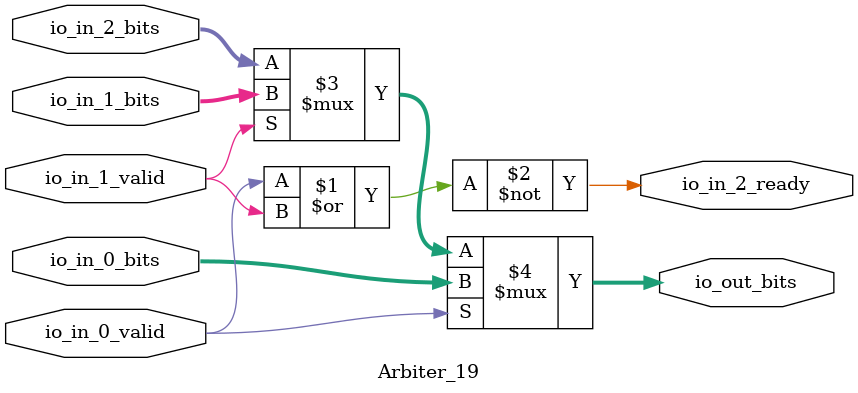
<source format=sv>
`ifndef RANDOMIZE
  `ifdef RANDOMIZE_MEM_INIT
    `define RANDOMIZE
  `endif // RANDOMIZE_MEM_INIT
`endif // not def RANDOMIZE
`ifndef RANDOMIZE
  `ifdef RANDOMIZE_REG_INIT
    `define RANDOMIZE
  `endif // RANDOMIZE_REG_INIT
`endif // not def RANDOMIZE

`ifndef RANDOM
  `define RANDOM $random
`endif // not def RANDOM

// Users can define INIT_RANDOM as general code that gets injected into the
// initializer block for modules with registers.
`ifndef INIT_RANDOM
  `define INIT_RANDOM
`endif // not def INIT_RANDOM

// If using random initialization, you can also define RANDOMIZE_DELAY to
// customize the delay used, otherwise 0.002 is used.
`ifndef RANDOMIZE_DELAY
  `define RANDOMIZE_DELAY 0.002
`endif // not def RANDOMIZE_DELAY

// Define INIT_RANDOM_PROLOG_ for use in our modules below.
`ifndef INIT_RANDOM_PROLOG_
  `ifdef RANDOMIZE
    `ifdef VERILATOR
      `define INIT_RANDOM_PROLOG_ `INIT_RANDOM
    `else  // VERILATOR
      `define INIT_RANDOM_PROLOG_ `INIT_RANDOM #`RANDOMIZE_DELAY begin end
    `endif // VERILATOR
  `else  // RANDOMIZE
    `define INIT_RANDOM_PROLOG_
  `endif // RANDOMIZE
`endif // not def INIT_RANDOM_PROLOG_

// Include register initializers in init blocks unless synthesis is set
`ifndef SYNTHESIS
  `ifndef ENABLE_INITIAL_REG_
    `define ENABLE_INITIAL_REG_
  `endif // not def ENABLE_INITIAL_REG_
`endif // not def SYNTHESIS

// Include rmemory initializers in init blocks unless synthesis is set
`ifndef SYNTHESIS
  `ifndef ENABLE_INITIAL_MEM_
    `define ENABLE_INITIAL_MEM_
  `endif // not def ENABLE_INITIAL_MEM_
`endif // not def SYNTHESIS

// Standard header to adapt well known macros for prints and assertions.

// Users can define 'PRINTF_COND' to add an extra gate to prints.
`ifndef PRINTF_COND_
  `ifdef PRINTF_COND
    `define PRINTF_COND_ (`PRINTF_COND)
  `else  // PRINTF_COND
    `define PRINTF_COND_ 1
  `endif // PRINTF_COND
`endif // not def PRINTF_COND_

// Users can define 'ASSERT_VERBOSE_COND' to add an extra gate to assert error printing.
`ifndef ASSERT_VERBOSE_COND_
  `ifdef ASSERT_VERBOSE_COND
    `define ASSERT_VERBOSE_COND_ (`ASSERT_VERBOSE_COND)
  `else  // ASSERT_VERBOSE_COND
    `define ASSERT_VERBOSE_COND_ 1
  `endif // ASSERT_VERBOSE_COND
`endif // not def ASSERT_VERBOSE_COND_

// Users can define 'STOP_COND' to add an extra gate to stop conditions.
`ifndef STOP_COND_
  `ifdef STOP_COND
    `define STOP_COND_ (`STOP_COND)
  `else  // STOP_COND
    `define STOP_COND_ 1
  `endif // STOP_COND
`endif // not def STOP_COND_

module Arbiter_19(
  input        io_in_0_valid,	// @[src/main/scala/chisel3/util/Arbiter.scala:134:14]
  input  [4:0] io_in_0_bits,	// @[src/main/scala/chisel3/util/Arbiter.scala:134:14]
  input        io_in_1_valid,	// @[src/main/scala/chisel3/util/Arbiter.scala:134:14]
  input  [4:0] io_in_1_bits,	// @[src/main/scala/chisel3/util/Arbiter.scala:134:14]
  output       io_in_2_ready,	// @[src/main/scala/chisel3/util/Arbiter.scala:134:14]
  input  [4:0] io_in_2_bits,	// @[src/main/scala/chisel3/util/Arbiter.scala:134:14]
  output [4:0] io_out_bits	// @[src/main/scala/chisel3/util/Arbiter.scala:134:14]
);

  assign io_in_2_ready = ~(io_in_0_valid | io_in_1_valid);	// @[src/main/scala/chisel3/util/Arbiter.scala:45:{68,78}]
  assign io_out_bits = io_in_0_valid ? io_in_0_bits : io_in_1_valid ? io_in_1_bits : io_in_2_bits;	// @[src/main/scala/chisel3/util/Arbiter.scala:137:15, :139:26, :141:19]
endmodule


</source>
